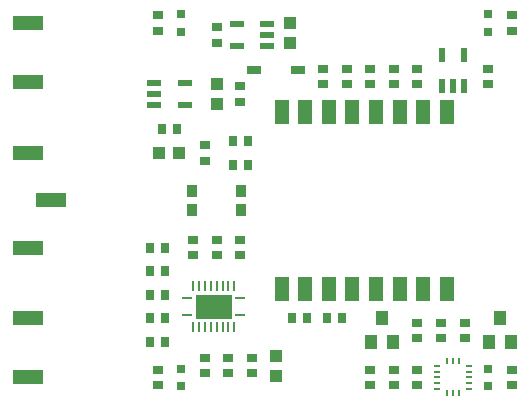
<source format=gtp>
G04 EAGLE Gerber X2 export*
G75*
%MOMM*%
%FSLAX34Y34*%
%LPD*%
%AMOC8*
5,1,8,0,0,1.08239X$1,22.5*%
G01*
%ADD10R,0.900000X1.000000*%
%ADD11R,1.000000X1.100000*%
%ADD12R,0.900000X0.700000*%
%ADD13R,1.100000X1.000000*%
%ADD14R,0.700000X0.900000*%
%ADD15R,1.200000X0.700000*%
%ADD16R,1.200000X0.550000*%
%ADD17R,0.800000X0.800000*%
%ADD18R,0.280000X0.850000*%
%ADD19R,3.050000X2.050000*%
%ADD20R,0.850000X0.280000*%
%ADD21R,1.200000X2.000000*%
%ADD22R,2.540000X1.270000*%
%ADD23R,0.500000X0.250000*%
%ADD24R,0.250000X0.500000*%
%ADD25R,1.000000X1.200000*%
%ADD26R,0.550000X1.200000*%


D10*
X159500Y172000D03*
X159500Y188000D03*
X200500Y188000D03*
X200500Y172000D03*
D11*
X242500Y330300D03*
X242500Y313300D03*
D12*
X170000Y46500D03*
X170000Y33500D03*
X160000Y133500D03*
X160000Y146500D03*
X190000Y46500D03*
X190000Y33500D03*
X180000Y146500D03*
X180000Y133500D03*
D11*
X180000Y278500D03*
X180000Y261500D03*
D13*
X148500Y220000D03*
X131500Y220000D03*
D12*
X200000Y276500D03*
X200000Y263500D03*
X210000Y33500D03*
X210000Y46500D03*
D11*
X230000Y31500D03*
X230000Y48500D03*
D12*
X200000Y146500D03*
X200000Y133500D03*
D14*
X136500Y60000D03*
X123500Y60000D03*
D15*
X211500Y290000D03*
X248500Y290000D03*
D16*
X223000Y310500D03*
X223000Y320000D03*
X223000Y329500D03*
X197000Y329500D03*
X197000Y310500D03*
D17*
X150000Y337500D03*
X150000Y322500D03*
X410000Y337500D03*
X410000Y322500D03*
X410000Y37500D03*
X410000Y22500D03*
D12*
X130000Y336500D03*
X130000Y323500D03*
X430000Y336500D03*
X430000Y323500D03*
X170000Y226500D03*
X170000Y213500D03*
X270000Y278500D03*
X270000Y291500D03*
X290000Y278500D03*
X290000Y291500D03*
D14*
X136500Y80000D03*
X123500Y80000D03*
X123500Y140000D03*
X136500Y140000D03*
X123500Y100000D03*
X136500Y100000D03*
X123500Y120000D03*
X136500Y120000D03*
D12*
X180000Y313500D03*
X180000Y326500D03*
D14*
X146500Y240000D03*
X133500Y240000D03*
X206500Y210000D03*
X193500Y210000D03*
X206500Y230000D03*
X193500Y230000D03*
D18*
X185000Y72750D03*
X180000Y72750D03*
X175000Y72750D03*
X170000Y72750D03*
X165000Y72750D03*
X190000Y72750D03*
X160000Y72750D03*
X195000Y72750D03*
X180000Y107750D03*
X175000Y107750D03*
X170000Y107750D03*
X165000Y107750D03*
X160000Y107750D03*
X185000Y107750D03*
X190000Y107750D03*
X195000Y107750D03*
D19*
X177500Y90000D03*
D20*
X199750Y82500D03*
X199750Y97500D03*
X155250Y82500D03*
X155250Y97500D03*
D16*
X126999Y279500D03*
X126999Y270000D03*
X126999Y260500D03*
X153001Y260500D03*
X153001Y279500D03*
D21*
X375000Y255000D03*
X355000Y255000D03*
X335000Y255000D03*
X315000Y255000D03*
X295000Y255000D03*
X275000Y255000D03*
X255000Y255000D03*
X235000Y255000D03*
X235000Y105000D03*
X255000Y105000D03*
X275000Y105000D03*
X295000Y105000D03*
X315000Y105000D03*
X335000Y105000D03*
X355000Y105000D03*
X375000Y105000D03*
D22*
X20000Y220000D03*
X40000Y180000D03*
X20000Y280000D03*
X20000Y330000D03*
D12*
X130000Y23500D03*
X130000Y36500D03*
D17*
X150000Y37500D03*
X150000Y22500D03*
D12*
X310000Y291500D03*
X310000Y278500D03*
D14*
X286500Y80000D03*
X273500Y80000D03*
D12*
X350000Y278500D03*
X350000Y291500D03*
D22*
X20000Y30000D03*
X20000Y80000D03*
X20000Y140000D03*
D12*
X330000Y278500D03*
X330000Y291500D03*
D23*
X366500Y40000D03*
X366500Y35000D03*
X366500Y30000D03*
X366500Y25000D03*
X366500Y20000D03*
D24*
X375000Y16500D03*
X380000Y16500D03*
X385000Y16500D03*
D23*
X393500Y20000D03*
X393500Y25000D03*
X393500Y30000D03*
X393500Y35000D03*
X393500Y40000D03*
D24*
X385000Y43500D03*
X380000Y43500D03*
X375000Y43500D03*
D12*
X430000Y23500D03*
X430000Y36500D03*
X390000Y76500D03*
X390000Y63500D03*
X330000Y23500D03*
X330000Y36500D03*
X370000Y76500D03*
X370000Y63500D03*
X350000Y63500D03*
X350000Y76500D03*
D25*
X420000Y80000D03*
X429500Y60000D03*
X410500Y60000D03*
X320000Y80000D03*
X329500Y60000D03*
X310500Y60000D03*
D12*
X310000Y36500D03*
X310000Y23500D03*
D14*
X256500Y80000D03*
X243500Y80000D03*
D12*
X350000Y36500D03*
X350000Y23500D03*
D26*
X370500Y276999D03*
X380000Y276999D03*
X389500Y276999D03*
X389500Y303001D03*
X370500Y303001D03*
D12*
X410000Y278500D03*
X410000Y291500D03*
M02*

</source>
